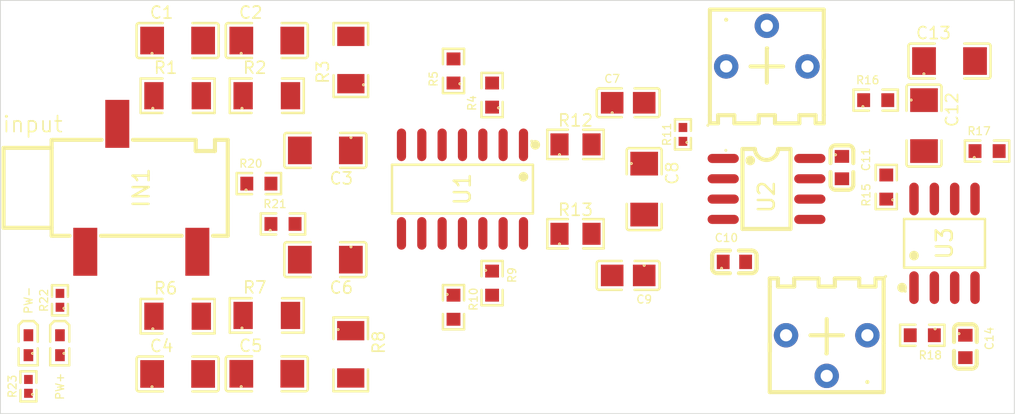
<source format=kicad_pcb>
(kicad_pcb (version 20241229) (generator "pcbnew") (generator_version "9.0")
  (layers (0 "F.Cu" signal) (2 "B.Cu" signal) (13 "F.Paste" user) (15 "B.Paste" user) (5 "F.SilkS" user "F.Silkscreen") (7 "B.SilkS" user "B.Silkscreen") (1 "F.Mask" user) (3 "B.Mask" user) (25 "Edge.Cuts" user))
  (net 0 "")
  (net 1 "Net-(C4-Pad1)")
  (net 2 "Net-(C1-Pad1)")
  (net 3 "gnd")
  (net 4 "v-")
  (net 5 "Net-(U1D-IN4-)")
  (net 6 "Net-(U1C-IN3+)")
  (net 7 "Net-(U1D-IN4+)")
  (net 8 "Net-(U1B-IN2+)")
  (net 9 "Net-(U1B-IN2-)")
  (net 10 "v+")
  (net 11 "Net-(U1A-IN1+)")
  (net 12 "Net-(U1A-IN1-)")
  (net 13 "Net-(U1C-IN3-)")
  (net 14 "Net-(C3-Pad2)")
  (net 15 "Net-(C1-Pad2)")
  (net 16 "Net-(C4-Pad2)")
  (net 17 "Net-(C6-Pad2)")
  (net 18 "Net-(R11-Pad2)")
  (net 19 "Net-(U2-+RG)")
  (net 20 "Net-(U2--RG)")
  (net 21 "Net-(U2--IN)")
  (net 22 "Net-(U2-+IN)")
  (net 24 "Net-(U3A-IN2-)")
  (net 25 "Net-(C13-Pad1)")
  (net 26 "Net-(U3A-IN2+)")
  (net 27 "Net-(U2-OUTPUT)")
  (net 28 "Net-(U3B-IN1-)")
  (net 29 "Net-(R18-Pad2)")
  (net 30 "Net-(U3B-OUT1)")
  (net 32 "vcc{slash}2")
  (net 33 "Net-(D1-A)")
  (net 34 "Net-(D2-K)")
  (footprint "footprints_jlc:C1206" (layer "F.Cu") (at 41.755494 36.181187 180)
    (property "Reference" "C6" (at -1 -1.75 0) (layer "F.SilkS") (effects (font (size 0.75 0.75) (thickness 0.1))))
    (property "Value" "39n")
    (pad "1" smd rect (at -1.592583 0 180) (size 1.485014 1.727991) (layers "F.Cu" "F.Mask" "F.Paste") (net 5 "Net-(U1D-IN4-)"))
    (pad "2" smd rect (at 1.592583 0 180) (size 1.485014 1.727991) (layers "F.Cu" "F.Mask" "F.Paste") (net 17 "Net-(C6-Pad2)"))
  )
  (footprint "footprints_jlc:R0603" (layer "F.Cu") (at 37.603268 31.42639)
    (property "Reference" "R20" (at -0.5 -1.25 0) (layer "F.SilkS") (effects (font (size 0.5 0.5) (thickness 0.075))))
    (property "Value" "10k")
    (pad "1" smd rect (at -0.753366 0) (size 0.806477 0.864008) (layers "F.Cu" "F.Mask" "F.Paste") (net 10 "v+"))
    (pad "2" smd rect (at 0.753366 0) (size 0.806477 0.864008) (layers "F.Cu" "F.Mask" "F.Paste") (net 32 "vcc{slash}2"))
  )
  (footprint "footprints_jlc:R1206" (layer "F.Cu") (at 38.099096 39.67)
    (property "Reference" "R7" (at -0.75 -1.75 0) (layer "F.SilkS") (effects (font (size 0.75 0.75) (thickness 0.1))))
    (property "Value" "133k")
    (pad "1" smd rect (at -1.478791 0) (size 1.207518 1.701016) (layers "F.Cu" "F.Mask" "F.Paste") (net 17 "Net-(C6-Pad2)"))
    (pad "2" smd rect (at 1.478791 0) (size 1.207518 1.701016) (layers "F.Cu" "F.Mask" "F.Paste") (net 6 "Net-(U1C-IN3+)"))
  )
  (footprint "footprints_jlc:SOIC-8_L5.0-W4.0-P1.27-LS6.0-BL" (layer "F.Cu") (at 69.31 31.76 -90)
    (property "Reference" "U2" (at 0.5 0 90) (layer "F.SilkS"))
    (property "Value" "AD623ARZ-R7")
    (pad "1" smd oval (at -1.905004 2.705105 270) (size 0.568402 1.950216) (layers "F.Cu" "F.Mask" "F.Paste") (net 20 "Net-(U2--RG)"))
    (pad "2" smd oval (at -0.635001 2.705105 270) (size 0.568402 1.950216) (layers "F.Cu" "F.Mask" "F.Paste") (net 21 "Net-(U2--IN)"))
    (pad "3" smd oval (at 0.635001 2.705105 270) (size 0.568402 1.950216) (layers "F.Cu" "F.Mask" "F.Paste") (net 22 "Net-(U2-+IN)"))
    (pad "4" smd oval (at 1.905004 2.705105 270) (size 0.568402 1.950216) (layers "F.Cu" "F.Mask" "F.Paste") (net 4 "v-"))
    (pad "5" smd oval (at 1.905004 -2.705105 270) (size 0.568402 1.950216) (layers "F.Cu" "F.Mask" "F.Paste") (net 3 "gnd"))
    (pad "6" smd oval (at 0.635001 -2.705105 270) (size 0.568402 1.950216) (layers "F.Cu" "F.Mask" "F.Paste") (net 27 "Net-(U2-OUTPUT)"))
    (pad "7" smd oval (at -0.635001 -2.705105 270) (size 0.568402 1.950216) (layers "F.Cu" "F.Mask" "F.Paste") (net 10 "v+"))
    (pad "8" smd oval (at -1.905004 -2.705105 270) (size 0.568402 1.950216) (layers "F.Cu" "F.Mask" "F.Paste") (net 19 "Net-(U2-+RG)"))
  )
  (footprint "footprints_jlc:C1206" (layer "F.Cu") (at 32.529096 22.479998)
    (property "Reference" "C1" (at -1 -1.75 0) (layer "F.SilkS") (effects (font (size 0.75 0.75) (thickness 0.1))))
    (property "Value" "20n")
    (pad "1" smd rect (at -1.592583 0) (size 1.485014 1.727991) (layers "F.Cu" "F.Mask" "F.Paste") (net 2 "Net-(C1-Pad1)"))
    (pad "2" smd rect (at 1.592583 0) (size 1.485014 1.727991) (layers "F.Cu" "F.Mask" "F.Paste") (net 15 "Net-(C1-Pad2)"))
  )
  (footprint "footprints_jlc:SOIC-14_L8.7-W3.9-P1.27-LS6.0-BL" (layer "F.Cu") (at 50.32 31.770049 180)
    (property "Reference" "U1" (at 0 0 90) (layer "F.SilkS"))
    (property "Value" "TLC2274AIDR")
    (pad "1" smd oval (at -3.810008 2.769164 180) (size 0.57399 2.037998) (layers "F.Cu" "F.Mask" "F.Paste") (net 12 "Net-(U1A-IN1-)"))
    (pad "2" smd oval (at -2.540005 2.769164 180) (size 0.57399 2.037998) (layers "F.Cu" "F.Mask" "F.Paste") (net 12 "Net-(U1A-IN1-)"))
    (pad "3" smd oval (at -1.270003 2.769164 180) (size 0.57399 2.037998) (layers "F.Cu" "F.Mask" "F.Paste") (net 11 "Net-(U1A-IN1+)"))
    (pad "4" smd oval (at 0 2.769164 180) (size 0.57399 2.037998) (layers "F.Cu" "F.Mask" "F.Paste") (net 10 "v+"))
    (pad "5" smd oval (at 1.270003 2.769164 180) (size 0.57399 2.037998) (layers "F.Cu" "F.Mask" "F.Paste") (net 8 "Net-(U1B-IN2+)"))
    (pad "6" smd oval (at 2.540005 2.769164 180) (size 0.57399 2.037998) (layers "F.Cu" "F.Mask" "F.Paste") (net 9 "Net-(U1B-IN2-)"))
    (pad "7" smd oval (at 3.810008 2.769164 180) (size 0.57399 2.037998) (layers "F.Cu" "F.Mask" "F.Paste") (net 9 "Net-(U1B-IN2-)"))
    (pad "8" smd oval (at 3.810008 -2.769063 180) (size 0.57399 2.037998) (layers "F.Cu" "F.Mask" "F.Paste") (net 13 "Net-(U1C-IN3-)"))
    (pad "9" smd oval (at 2.540005 -2.769063 180) (size 0.57399 2.037998) (layers "F.Cu" "F.Mask" "F.Paste") (net 13 "Net-(U1C-IN3-)"))
    (pad "10" smd oval (at 1.270003 -2.769063 180) (size 0.57399 2.037998) (layers "F.Cu" "F.Mask" "F.Paste") (net 6 "Net-(U1C-IN3+)"))
    (pad "11" smd oval (at 0 -2.769063 180) (size 0.57399 2.037998) (layers "F.Cu" "F.Mask" "F.Paste") (net 4 "v-"))
    (pad "12" smd oval (at -1.270003 -2.769063 180) (size 0.57399 2.037998) (layers "F.Cu" "F.Mask" "F.Paste") (net 7 "Net-(U1D-IN4+)"))
    (pad "13" smd oval (at -2.540005 -2.769063 180) (size 0.57399 2.037998) (layers "F.Cu" "F.Mask" "F.Paste") (net 5 "Net-(U1D-IN4-)"))
    (pad "14" smd oval (at -3.810008 -2.769063 180) (size 0.57399 2.037998) (layers "F.Cu" "F.Mask" "F.Paste") (net 5 "Net-(U1D-IN4-)"))
  )
  (footprint "footprints_jlc:R0603" (layer "F.Cu") (at 52.17 25.89 90)
    (property "Reference" "R4" (at -0.5 -1.25 90) (layer "F.SilkS") (effects (font (size 0.5 0.5) (thickness 0.075))))
    (property "Value" "100R")
    (pad "1" smd rect (at -0.753366 0 90) (size 0.806477 0.864008) (layers "F.Cu" "F.Mask" "F.Paste") (net 12 "Net-(U1A-IN1-)"))
    (pad "2" smd rect (at 0.753366 0 90) (size 0.806477 0.864008) (layers "F.Cu" "F.Mask" "F.Paste") (net 8 "Net-(U1B-IN2+)"))
  )
  (footprint "footprints_jlc:C1206" (layer "F.Cu") (at 61.67 31.769998 -90)
    (property "Reference" "C8" (at -1 -1.75 90) (layer "F.SilkS") (effects (font (size 0.75 0.75) (thickness 0.1))))
    (property "Value" "47n")
    (pad "1" smd rect (at -1.592583 0 270) (size 1.485014 1.727991) (layers "F.Cu" "F.Mask" "F.Paste") (net 21 "Net-(U2--IN)"))
    (pad "2" smd rect (at 1.592583 0 270) (size 1.485014 1.727991) (layers "F.Cu" "F.Mask" "F.Paste") (net 22 "Net-(U2-+IN)"))
  )
  (footprint "footprints_jlc:R1206" (layer "F.Cu") (at 32.529096 25.929998)
    (property "Reference" "R1" (at -0.75 -1.75 0) (layer "F.SilkS") (effects (font (size 0.75 0.75) (thickness 0.1))))
    (property "Value" "133k")
    (pad "1" smd rect (at -1.478791 0) (size 1.207518 1.701016) (layers "F.Cu" "F.Mask" "F.Paste") (net 2 "Net-(C1-Pad1)"))
    (pad "2" smd rect (at 1.478791 0) (size 1.207518 1.701016) (layers "F.Cu" "F.Mask" "F.Paste") (net 14 "Net-(C3-Pad2)"))
  )
  (footprint "footprints_jlc:R1206" (layer "F.Cu") (at 32.529096 39.72)
    (property "Reference" "R6" (at -0.75 -1.75 0) (layer "F.SilkS") (effects (font (size 0.75 0.75) (thickness 0.1))))
    (property "Value" "133k")
    (pad "1" smd rect (at -1.478791 0) (size 1.207518 1.701016) (layers "F.Cu" "F.Mask" "F.Paste") (net 1 "Net-(C4-Pad1)"))
    (pad "2" smd rect (at 1.478791 0) (size 1.207518 1.701016) (layers "F.Cu" "F.Mask" "F.Paste") (net 17 "Net-(C6-Pad2)"))
  )
  (footprint "footprints_jlc:C0603" (layer "F.Cu") (at 67.30492 36.32)
    (property "Reference" "C10" (at -0.5 -1.5 0) (layer "F.SilkS") (effects (font (size 0.5 0.5) (thickness 0.075))))
    (property "Value" "10u")
    (pad "1" smd rect (at -0.700025 0) (size 0.8 0.9) (layers "F.Cu" "F.Mask" "F.Paste") (net 4 "v-"))
    (pad "2" smd rect (at 0.700025 0) (size 0.8 0.9) (layers "F.Cu" "F.Mask" "F.Paste") (net 3 "gnd"))
  )
  (footprint "footprints_jlc:R1206" (layer "F.Cu") (at 43.34 42.101484 -90)
    (property "Reference" "R8" (at -0.75 -1.75 90) (layer "F.SilkS") (effects (font (size 0.75 0.75) (thickness 0.1))))
    (property "Value" "66.5k")
    (pad "1" smd rect (at -1.478791 0 270) (size 1.207518 1.701016) (layers "F.Cu" "F.Mask" "F.Paste") (net 5 "Net-(U1D-IN4-)"))
    (pad "2" smd rect (at 1.478791 0 270) (size 1.207518 1.701016) (layers "F.Cu" "F.Mask" "F.Paste") (net 16 "Net-(C4-Pad2)"))
  )
  (footprint "footprints_jlc:C1206" (layer "F.Cu") (at 32.529096 43.33)
    (property "Reference" "C4" (at -1 -1.75 0) (layer "F.SilkS") (effects (font (size 0.75 0.75) (thickness 0.1))))
    (property "Value" "20n")
    (pad "1" smd rect (at -1.592583 0) (size 1.485014 1.727991) (layers "F.Cu" "F.Mask" "F.Paste") (net 1 "Net-(C4-Pad1)"))
    (pad "2" smd rect (at 1.592583 0) (size 1.485014 1.727991) (layers "F.Cu" "F.Mask" "F.Paste") (net 16 "Net-(C4-Pad2)"))
  )
  (footprint "footprints_jlc:C0805" (layer "F.Cu") (at 60.67 26.371482)
    (property "Reference" "C7" (at -1 -1.5 0) (layer "F.SilkS") (effects (font (size 0.5 0.5) (thickness 0.075))))
    (property "Value" "1n")
    (pad "1" smd rect (at -1 0) (size 1.410008 1.350013) (layers "F.Cu" "F.Mask" "F.Paste") (net 3 "gnd"))
    (pad "2" smd rect (at 1 0) (size 1.410008 1.350013) (layers "F.Cu" "F.Mask" "F.Paste") (net 21 "Net-(U2--IN)"))
  )
  (footprint "footprints_jlc:AUDIO-SMD_PJ-320B" (layer "F.Cu") (at 30.26 31.69 90)
    (property "Reference" "IN1" (at 0 0 90) (layer "F.SilkS"))
    (property "Value" "AUDIO-SMD_PJ-320B")
    (pad "" np_thru_hole circle (at 0 -3.600076 90) (size 1.300025 1.300025) (drill 1.300025) (layers "*.Cu" "*.Mask"))
    (pad "" np_thru_hole circle (at 0 2.399924 90) (size 1.300025 1.300025) (drill 1.300025) (layers "*.Cu" "*.Mask"))
    (pad "1" smd rect (at -4 -3.5 90) (size 3 1.5) (layers "F.Cu" "F.Mask" "F.Paste") (net 3 "gnd"))
    (pad "2" smd rect (at 4 -1.5 90) (size 3 1.5) (layers "F.Cu" "F.Mask" "F.Paste") (net 2 "Net-(C1-Pad1)"))
    (pad "3" smd rect (at -4 3.5 90) (size 3 1.5) (layers "F.Cu" "F.Mask" "F.Paste") (net 1 "Net-(C4-Pad1)"))
  )
  (footprint "footprints_jlc:SOIC-8_L4.9-W3.9-P1.27-LS6.0-BL" (layer "F.Cu") (at 80.427579 35.16)
    (property "Reference" "U3" (at 0 0 90) (layer "F.SilkS"))
    (property "Value" "TLC2272AIDR")
    (pad "1" smd oval (at -1.905004 2.772416) (size 0.588011 2.045009) (layers "F.Cu" "F.Mask" "F.Paste") (net 30 "Net-(U3B-OUT1)"))
    (pad "2" smd oval (at -0.635001 2.772416) (size 0.588011 2.045009) (layers "F.Cu" "F.Mask" "F.Paste") (net 28 "Net-(U3B-IN1-)"))
    (pad "3" smd oval (at 0.635001 2.772416) (size 0.588011 2.045009) (layers "F.Cu" "F.Mask" "F.Paste") (net 32 "vcc{slash}2"))
    (pad "4" smd oval (at 1.905004 2.772416) (size 0.588011 2.045009) (layers "F.Cu" "F.Mask" "F.Paste") (net 4 "v-"))
    (pad "5" smd oval (at 1.905004 -2.772416) (size 0.588011 2.045009) (layers "F.Cu" "F.Mask" "F.Paste") (net 26 "Net-(U3A-IN2+)"))
    (pad "6" smd oval (at 0.635001 -2.772416) (size 0.588011 2.045009) (layers "F.Cu" "F.Mask" "F.Paste") (net 24 "Net-(U3A-IN2-)"))
    (pad "7" smd oval (at -0.635001 -2.772416) (size 0.588011 2.045009) (layers "F.Cu" "F.Mask" "F.Paste") (net 26 "Net-(U3A-IN2+)"))
    (pad "8" smd oval (at -1.905004 -2.772416) (size 0.588011 2.045009) (layers "F.Cu" "F.Mask" "F.Paste") (net 10 "v+"))
  )
  (footprint "footprints_jlc:R0603" (layer "F.Cu") (at 49.76 39.156732 -90)
    (property "Reference" "R10" (at -0.5 -1.25 90) (layer "F.SilkS") (effects (font (size 0.5 0.5) (thickness 0.075))))
    (property "Value" "3.9k")
    (pad "1" smd rect (at -0.753366 0 270) (size 0.806477 0.864008) (layers "F.Cu" "F.Mask" "F.Paste") (net 7 "Net-(U1D-IN4+)"))
    (pad "2" smd rect (at 0.753366 0 270) (size 0.806477 0.864008) (layers "F.Cu" "F.Mask" "F.Paste") (net 3 "gnd"))
  )
  (footprint "footprints_jlc:R0805" (layer "F.Cu") (at 57.38 34.564817)
    (property "Reference" "R13" (at 0 -1.5 0) (layer "F.SilkS") (effects (font (size 0.75 0.75) (thickness 0.1))))
    (property "Value" "4.02k")
    (pad "1" smd rect (at -1 0) (size 1.132537 1.377013) (layers "F.Cu" "F.Mask" "F.Paste") (net 13 "Net-(U1C-IN3-)"))
    (pad "2" smd rect (at 1 0) (size 1.132537 1.377013) (layers "F.Cu" "F.Mask" "F.Paste") (net 22 "Net-(U2-+IN)"))
  )
  (footprint "footprints_jlc:C0805" (layer "F.Cu") (at 60.67 37.168518 180)
    (property "Reference" "C9" (at -1 -1.5 0) (layer "F.SilkS") (effects (font (size 0.5 0.5) (thickness 0.075))))
    (property "Value" "1n")
    (pad "1" smd rect (at -1 0 180) (size 1.410008 1.350013) (layers "F.Cu" "F.Mask" "F.Paste") (net 22 "Net-(U2-+IN)"))
    (pad "2" smd rect (at 1 0 180) (size 1.410008 1.350013) (layers "F.Cu" "F.Mask" "F.Paste") (net 3 "gnd"))
  )
  (footprint "footprints_jlc:R0603" (layer "F.Cu") (at 76.79 31.641635 90)
    (property "Reference" "R15" (at -0.5 -1.25 90) (layer "F.SilkS") (effects (font (size 0.5 0.5) (thickness 0.075))))
    (property "Value" "10k")
    (pad "1" smd rect (at -0.753366 0 90) (size 0.806477 0.864008) (layers "F.Cu" "F.Mask" "F.Paste") (net 27 "Net-(U2-OUTPUT)"))
    (pad "2" smd rect (at 0.753366 0 90) (size 0.806477 0.864008) (layers "F.Cu" "F.Mask" "F.Paste") (net 25 "Net-(C13-Pad1)"))
  )
  (footprint "footprints_jlc:R0805" (layer "F.Cu") (at 57.38 28.97518)
    (property "Reference" "R12" (at 0 -1.5 0) (layer "F.SilkS") (effects (font (size 0.75 0.75) (thickness 0.1))))
    (property "Value" "4.02k")
    (pad "1" smd rect (at -1 0) (size 1.132537 1.377013) (layers "F.Cu" "F.Mask" "F.Paste") (net 12 "Net-(U1A-IN1-)"))
    (pad "2" smd rect (at 1 0) (size 1.132537 1.377013) (layers "F.Cu" "F.Mask" "F.Paste") (net 21 "Net-(U2--IN)"))
  )
  (footprint "footprints_jlc:C1206" (layer "F.Cu") (at 80.74 23.762418)
    (property "Reference" "C13" (at -1 -1.75 0) (layer "F.SilkS") (effects (font (size 0.75 0.75) (thickness 0.1))))
    (property "Value" "20n")
    (pad "1" smd rect (at -1.592583 0) (size 1.485014 1.727991) (layers "F.Cu" "F.Mask" "F.Paste") (net 25 "Net-(C13-Pad1)"))
    (pad "2" smd rect (at 1.592583 0) (size 1.485014 1.727991) (layers "F.Cu" "F.Mask" "F.Paste") (net 26 "Net-(U3A-IN2+)"))
  )
  (footprint "footprints_jlc:R0402" (layer "F.Cu") (at 25.18 38.726126 90)
    (property "Reference" "R22" (at 0 -1 90) (layer "F.SilkS") (effects (font (size 0.5 0.5) (thickness 0.075))))
    (property "Value" "330R")
    (pad "1" smd rect (at -0.432817 0 90) (size 0.565659 0.540005) (layers "F.Cu" "F.Mask" "F.Paste") (net 10 "v+"))
    (pad "2" smd rect (at 0.432817 0 90) (size 0.565659 0.540005) (layers "F.Cu" "F.Mask" "F.Paste") (net 33 "Net-(D1-A)"))
  )
  (footprint "footprints_jlc:R0603" (layer "F.Cu") (at 76.13 26.207417)
    (property "Reference" "R16" (at -0.5 -1.25 0) (layer "F.SilkS") (effects (font (size 0.5 0.5) (thickness 0.075))))
    (property "Value" "10k")
    (pad "1" smd rect (at -0.753366 0) (size 0.806477 0.864008) (layers "F.Cu" "F.Mask" "F.Paste") (net 25 "Net-(C13-Pad1)"))
    (pad "2" smd rect (at 0.753366 0) (size 0.806477 0.864008) (layers "F.Cu" "F.Mask" "F.Paste") (net 24 "Net-(U3A-IN2-)"))
  )
  (footprint "footprints_jlc:R0402" (layer "F.Cu") (at 23.21 44.106126 90)
    (property "Reference" "R23" (at 0 -1 90) (layer "F.SilkS") (effects (font (size 0.5 0.5) (thickness 0.075))))
    (property "Value" "330R")
    (pad "1" smd rect (at -0.432817 0 90) (size 0.565659 0.540005) (layers "F.Cu" "F.Mask" "F.Paste") (net 4 "v-"))
    (pad "2" smd rect (at 0.432817 0 90) (size 0.565659 0.540005) (layers "F.Cu" "F.Mask" "F.Paste") (net 34 "Net-(D2-K)"))
  )
  (footprint "footprints_jlc:C1206" (layer "F.Cu") (at 38.099096 43.32)
    (property "Reference" "C5" (at -1 -1.75 0) (layer "F.SilkS") (effects (font (size 0.75 0.75) (thickness 0.1))))
    (property "Value" "20n")
    (pad "1" smd rect (at -1.592583 0) (size 1.485014 1.727991) (layers "F.Cu" "F.Mask" "F.Paste") (net 16 "Net-(C4-Pad2)"))
    (pad "2" smd rect (at 1.592583 0) (size 1.485014 1.727991) (layers "F.Cu" "F.Mask" "F.Paste") (net 6 "Net-(U1C-IN3+)"))
  )
  (footprint "footprints_jlc:LED0402-R-RD_RED" (layer "F.Cu") (at 25.18 41.533063 -90)
    (property "Reference" "D1" (hide yes))
    (property "Value" "PW+" (at 2.573063 0 90) (layer "F.SilkS") (effects (font (size 0.5 0.5) (thickness 0.075))))
    (pad "1" smd rect (at 0.623063 0 270) (size 0.750013 0.6) (layers "F.Cu" "F.Mask" "F.Paste") (net 3 "gnd"))
    (pad "2" smd rect (at -0.623063 0 270) (size 0.750013 0.6) (layers "F.Cu" "F.Mask" "F.Paste") (net 33 "Net-(D1-A)"))
  )
  (footprint "footprints_jlc:R0603" (layer "F.Cu") (at 49.76 24.383268 90)
    (property "Reference" "R5" (at -0.5 -1.25 90) (layer "F.SilkS") (effects (font (size 0.5 0.5) (thickness 0.075))))
    (property "Value" "3.9k")
    (pad "1" smd rect (at -0.753366 0 90) (size 0.806477 0.864008) (layers "F.Cu" "F.Mask" "F.Paste") (net 8 "Net-(U1B-IN2+)"))
    (pad "2" smd rect (at 0.753366 0 90) (size 0.806477 0.864008) (layers "F.Cu" "F.Mask" "F.Paste") (net 3 "gnd"))
  )
  (footprint "footprints_jlc:R0603" (layer "F.Cu") (at 79.039212 40.909997 180)
    (property "Reference" "R18" (at -0.5 -1.25 0) (layer "F.SilkS") (effects (font (size 0.5 0.5) (thickness 0.075))))
    (property "Value" "100R")
    (pad "1" smd rect (at -0.753366 0 180) (size 0.806477 0.864008) (layers "F.Cu" "F.Mask" "F.Paste") (net 28 "Net-(U3B-IN1-)"))
    (pad "2" smd rect (at 0.753366 0 180) (size 0.806477 0.864008) (layers "F.Cu" "F.Mask" "F.Paste") (net 29 "Net-(R18-Pad2)"))
  )
  (footprint "footprints_jlc:C1206" (layer "F.Cu") (at 38.099096 22.479998)
    (property "Reference" "C2" (at -1 -1.75 0) (layer "F.SilkS") (effects (font (size 0.75 0.75) (thickness 0.1))))
    (property "Value" "20n")
    (pad "1" smd rect (at -1.592583 0) (size 1.485014 1.727991) (layers "F.Cu" "F.Mask" "F.Paste") (net 15 "Net-(C1-Pad2)"))
    (pad "2" smd rect (at 1.592583 0) (size 1.485014 1.727991) (layers "F.Cu" "F.Mask" "F.Paste") (net 11 "Net-(U1A-IN1+)"))
  )
  (footprint "footprints_jlc:RES-ADJ-TH_3362P" (layer "F.Cu") (at 73.070003 42.18 180)
    (property "Reference" "R19" (hide yes))
    (property "Value" "3362P-1-203LF" (hide yes))
    (pad "1" thru_hole circle (at -2.540005 1.270003 180) (size 1.524003 1.524003) (drill 0.762002) (layers "*.Cu" "*.Mask") (net 29 "Net-(R18-Pad2)"))
    (pad "2" thru_hole circle (at 0 -1.270003 180) (size 1.524003 1.524003) (drill 0.762002) (layers "*.Cu" "*.Mask") (net 30 "Net-(U3B-OUT1)"))
    (pad "3" thru_hole circle (at 2.540005 1.270003 180) (size 1.524003 1.524003) (drill 0.762002) (layers "*.Cu" "*.Mask"))
  )
  (footprint "footprints_jlc:LED0402-R-RD_RED" (layer "F.Cu") (at 23.21 41.533063 -90)
    (property "Reference" "D2" (hide yes))
    (property "Value" "PW-" (at -2.806937 0 90) (layer "F.SilkS") (effects (font (size 0.5 0.5) (thickness 0.075))))
    (pad "1" smd rect (at 0.623063 0 270) (size 0.750013 0.6) (layers "F.Cu" "F.Mask" "F.Paste") (net 34 "Net-(D2-K)"))
    (pad "2" smd rect (at -0.623063 0 270) (size 0.750013 0.6) (layers "F.Cu" "F.Mask" "F.Paste") (net 3 "gnd"))
  )
  (footprint "footprints_jlc:RES-ADJ-TH_3362P" (layer "F.Cu") (at 69.330021 22.83)
    (property "Reference" "R14" (hide yes))
    (property "Value" "3362P-1-203LF")
    (pad "1" thru_hole circle (at -2.540005 1.270003) (size 1.524003 1.524003) (drill 0.762002) (layers "*.Cu" "*.Mask") (net 18 "Net-(R11-Pad2)"))
    (pad "2" thru_hole circle (at 0 -1.270003) (size 1.524003 1.524003) (drill 0.762002) (layers "*.Cu" "*.Mask") (net 19 "Net-(U2-+RG)"))
    (pad "3" thru_hole circle (at 2.540005 1.270003) (size 1.524003 1.524003) (drill 0.762002) (layers "*.Cu" "*.Mask"))
  )
  (footprint "footprints_jlc:R0603" (layer "F.Cu") (at 83.085949 29.392583)
    (property "Reference" "R17" (at -0.5 -1.25 0) (layer "F.SilkS") (effects (font (size 0.5 0.5) (thickness 0.075))))
    (property "Value" "100R")
    (pad "1" smd rect (at -0.753366 0) (size 0.806477 0.864008) (layers "F.Cu" "F.Mask" "F.Paste") (net 26 "Net-(U3A-IN2+)"))
    (pad "2" smd rect (at 0.753366 0) (size 0.806477 0.864008) (layers "F.Cu" "F.Mask" "F.Paste") (net 28 "Net-(U3B-IN1-)"))
  )
  (footprint "footprints_jlc:C1206" (layer "F.Cu") (at 41.755494 29.35 180)
    (property "Reference" "C3" (at -1 -1.75 0) (layer "F.SilkS") (effects (font (size 0.75 0.75) (thickness 0.1))))
    (property "Value" "39n")
    (pad "1" smd rect (at -1.592583 0 180) (size 1.485014 1.727991) (layers "F.Cu" "F.Mask" "F.Paste") (net 9 "Net-(U1B-IN2-)"))
    (pad "2" smd rect (at 1.592583 0 180) (size 1.485014 1.727991) (layers "F.Cu" "F.Mask" "F.Paste") (net 14 "Net-(C3-Pad2)"))
  )
  (footprint "footprints_jlc:R0402" (layer "F.Cu") (at 64.09 28.35 90)
    (property "Reference" "R11" (at 0 -1 90) (layer "F.SilkS") (effects (font (size 0.5 0.5) (thickness 0.075))))
    (property "Value" "5.23k")
    (pad "1" smd rect (at -0.432817 0 90) (size 0.565659 0.540005) (layers "F.Cu" "F.Mask" "F.Paste") (net 20 "Net-(U2--RG)"))
    (pad "2" smd rect (at 0.432817 0 90) (size 0.565659 0.540005) (layers "F.Cu" "F.Mask" "F.Paste") (net 18 "Net-(R11-Pad2)"))
  )
  (footprint "footprints_jlc:R0603" (layer "F.Cu") (at 39.11 33.95)
    (property "Reference" "R21" (at -0.5 -1.25 0) (layer "F.SilkS") (effects (font (size 0.5 0.5) (thickness 0.075))))
    (property "Value" "10k")
    (pad "1" smd rect (at -0.753366 0) (size 0.806477 0.864008) (layers "F.Cu" "F.Mask" "F.Paste") (net 32 "vcc{slash}2"))
    (pad "2" smd rect (at 0.753366 0) (size 0.806477 0.864008) (layers "F.Cu" "F.Mask" "F.Paste") (net 3 "gnd"))
  )
  (footprint "footprints_jlc:R1206" (layer "F.Cu") (at 38.099096 25.929998)
    (property "Reference" "R2" (at -0.75 -1.75 0) (layer "F.SilkS") (effects (font (size 0.75 0.75) (thickness 0.1))))
    (property "Value" "133k")
    (pad "1" smd rect (at -1.478791 0) (size 1.207518 1.701016) (layers "F.Cu" "F.Mask" "F.Paste") (net 14 "Net-(C3-Pad2)"))
    (pad "2" smd rect (at 1.478791 0) (size 1.207518 1.701016) (layers "F.Cu" "F.Mask" "F.Paste") (net 11 "Net-(U1A-IN1+)"))
  )
  (footprint "footprints_jlc:C1206" (layer "F.Cu") (at 79.147417 27.8 -90)
    (property "Reference" "C12" (at -1 -1.75 90) (layer "F.SilkS") (effects (font (size 0.75 0.75) (thickness 0.1))))
    (property "Value" "10n")
    (pad "1" smd rect (at -1.592583 0 270) (size 1.485014 1.727991) (layers "F.Cu" "F.Mask" "F.Paste") (net 24 "Net-(U3A-IN2-)"))
    (pad "2" smd rect (at 1.592583 0 270) (size 1.485014 1.727991) (layers "F.Cu" "F.Mask" "F.Paste") (net 3 "gnd"))
  )
  (footprint "footprints_jlc:R0603" (layer "F.Cu") (at 52.17 37.65 -90)
    (property "Reference" "R9" (at -0.5 -1.25 90) (layer "F.SilkS") (effects (font (size 0.5 0.5) (thickness 0.075))))
    (property "Value" "100R")
    (pad "1" smd rect (at -0.753366 0 270) (size 0.806477 0.864008) (layers "F.Cu" "F.Mask" "F.Paste") (net 13 "Net-(U1C-IN3-)"))
    (pad "2" smd rect (at 0.753366 0 270) (size 0.806477 0.864008) (layers "F.Cu" "F.Mask" "F.Paste") (net 7 "Net-(U1D-IN4+)"))
  )
  (footprint "footprints_jlc:R1206" (layer "F.Cu") (at 43.348077 23.698514 90)
    (property "Reference" "R3" (at -0.75 -1.75 90) (layer "F.SilkS") (effects (font (size 0.75 0.75) (thickness 0.1))))
    (property "Value" "66.5k")
    (pad "1" smd rect (at -1.478791 0 90) (size 1.207518 1.701016) (layers "F.Cu" "F.Mask" "F.Paste") (net 9 "Net-(U1B-IN2-)"))
    (pad "2" smd rect (at 1.478791 0 90) (size 1.207518 1.701016) (layers "F.Cu" "F.Mask" "F.Paste") (net 15 "Net-(C1-Pad2)"))
  )
  (footprint "footprints_jlc:C0603" (layer "F.Cu") (at 74.02 30.424974 -90)
    (property "Reference" "C11" (at -0.5 -1.5 90) (layer "F.SilkS") (effects (font (size 0.5 0.5) (thickness 0.075))))
    (property "Value" "10u")
    (pad "1" smd rect (at -0.700025 0 270) (size 0.8 0.9) (layers "F.Cu" "F.Mask" "F.Paste") (net 3 "gnd"))
    (pad "2" smd rect (at 0.700025 0 270) (size 0.8 0.9) (layers "F.Cu" "F.Mask" "F.Paste") (net 10 "v+"))
  )
  (footprint "footprints_jlc:C0603" (layer "F.Cu") (at 81.73 41.610022 -90)
    (property "Reference" "C14" (at -0.5 -1.5 90) (layer "F.SilkS") (effects (font (size 0.5 0.5) (thickness 0.075))))
    (property "Value" "10u")
    (pad "1" smd rect (at -0.700025 0 270) (size 0.8 0.9) (layers "F.Cu" "F.Mask" "F.Paste") (net 32 "vcc{slash}2"))
    (pad "2" smd rect (at 0.700025 0 270) (size 0.8 0.9) (layers "F.Cu" "F.Mask" "F.Paste") (net 3 "gnd"))
  )
  (gr_rect (start 21.46 19.97) (end 84.79 45.81) (stroke (width 0.05)) (fill no) (layer "Edge.Cuts"))
  (gr_text "input" (at 21.532924 28.299998 0) (layer "F.SilkS") (effects (font (size 1 1) (thickness 0.1)) (justify left bottom)))
)
</source>
